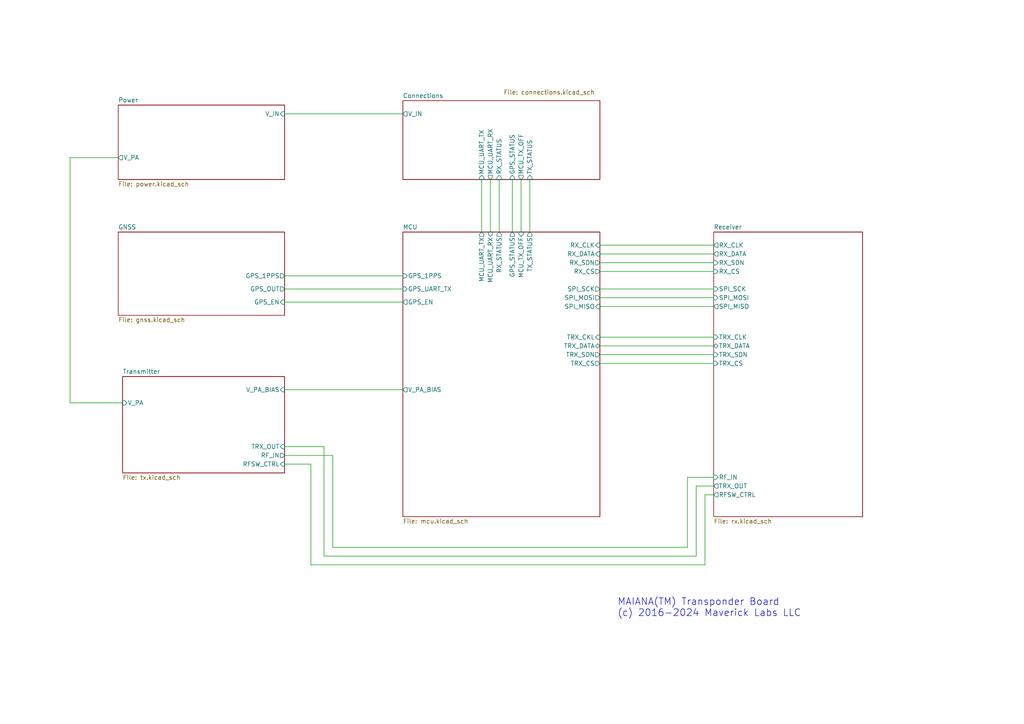
<source format=kicad_sch>
(kicad_sch (version 20230121) (generator eeschema)
  (paper "A4")
  (title_block (title "Hierarchy") (date "2024-01-25") (rev "11.9.0"))
  (lib_symbols)
  (wire (pts (xy 20.32 45.72) (xy 20.32 116.84)))
  (wire (pts (xy 142.24 52.07) (xy 142.24 67.31)))
  (wire (pts (xy 207.01 143.51) (xy 204.47 143.51)))
  (wire (pts (xy 90.17 163.83) (xy 90.17 134.62)))
  (wire (pts (xy 173.99 100.33) (xy 207.01 100.33)))
  (wire (pts (xy 96.52 132.08) (xy 96.52 158.75)))
  (wire (pts (xy 199.39 158.75) (xy 199.39 138.43)))
  (wire (pts (xy 20.32 116.84) (xy 35.56 116.84)))
  (wire (pts (xy 20.32 45.72) (xy 34.29 45.72)))
  (wire (pts (xy 173.99 83.82) (xy 207.01 83.82)))
  (wire (pts (xy 139.7 52.07) (xy 139.7 67.31)))
  (wire (pts (xy 90.17 134.62) (xy 82.55 134.62)))
  (wire (pts (xy 144.78 52.07) (xy 144.78 67.31)))
  (wire (pts (xy 173.99 78.74) (xy 207.01 78.74)))
  (wire (pts (xy 173.99 76.2) (xy 207.01 76.2)))
  (wire (pts (xy 201.93 161.29) (xy 93.98 161.29)))
  (wire (pts (xy 173.99 73.66) (xy 207.01 73.66)))
  (wire (pts (xy 173.99 71.12) (xy 207.01 71.12)))
  (wire (pts (xy 148.59 52.07) (xy 148.59 67.31)))
  (wire (pts (xy 173.99 102.87) (xy 207.01 102.87)))
  (wire (pts (xy 82.55 129.54) (xy 93.98 129.54)))
  (wire (pts (xy 173.99 97.79) (xy 207.01 97.79)))
  (wire (pts (xy 82.55 33.02) (xy 116.84 33.02)))
  (wire (pts (xy 82.55 87.63) (xy 116.84 87.63)))
  (wire (pts (xy 204.47 143.51) (xy 204.47 163.83)))
  (wire (pts (xy 199.39 138.43) (xy 207.01 138.43)))
  (wire (pts (xy 82.55 80.01) (xy 116.84 80.01)))
  (wire (pts (xy 82.55 113.03) (xy 116.84 113.03)))
  (wire (pts (xy 93.98 161.29) (xy 93.98 129.54)))
  (wire (pts (xy 173.99 88.9) (xy 207.01 88.9)))
  (wire (pts (xy 173.99 86.36) (xy 207.01 86.36)))
  (wire (pts (xy 82.55 132.08) (xy 96.52 132.08)))
  (wire (pts (xy 204.47 163.83) (xy 90.17 163.83)))
  (wire (pts (xy 96.52 158.75) (xy 199.39 158.75)))
  (wire (pts (xy 82.55 83.82) (xy 116.84 83.82)))
  (wire (pts (xy 201.93 140.97) (xy 201.93 161.29)))
  (wire (pts (xy 173.99 105.41) (xy 207.01 105.41)))
  (wire (pts (xy 153.67 52.07) (xy 153.67 67.31)))
  (wire (pts (xy 151.13 52.07) (xy 151.13 67.31)))
  (wire (pts (xy 207.01 140.97) (xy 201.93 140.97)))
  (text "MAIANA(TM) Transponder Board\n(c) 2016-2024 Maverick Labs LLC" (at 179.07 179.07 0) (effects (font (size 2 2)) (justify left bottom)))
  (sheet (at 116.84 67.31) (size 57.15 82.55) (stroke (width 0.1524))
    (property "Sheetname" "MCU" (at 116.84 66.5984 0) (effects (justify left bottom)))
    (property "Sheetfile" "mcu.kicad_sch" (at 116.84 150.4446 0) (effects (justify left top)))
    (pin "RX_CS" output (at 173.99 78.74 0))
    (pin "RX_SDN" output (at 173.99 76.2 0))
    (pin "MCU_UART_TX" output (at 139.7 67.31 90))
    (pin "V_PA_BIAS" output (at 116.84 113.03 180))
    (pin "SPI_MOSI" output (at 173.99 86.36 0))
    (pin "SPI_MISO" input (at 173.99 88.9 0))
    (pin "MCU_UART_RX" input (at 142.24 67.31 90))
    (pin "TRX_CS" output (at 173.99 105.41 0))
    (pin "GPS_1PPS" input (at 116.84 80.01 180))
    (pin "SPI_SCK" output (at 173.99 83.82 0))
    (pin "RX_STATUS" output (at 144.78 67.31 90))
    (pin "GPS_UART_TX" input (at 116.84 83.82 180))
    (pin "GPS_STATUS" output (at 148.59 67.31 90))
    (pin "MCU_TX_OFF" input (at 151.13 67.31 90))
    (pin "GPS_EN" output (at 116.84 87.63 180))
    (pin "TRX_CKL" input (at 173.99 97.79 0))
    (pin "RX_DATA" input (at 173.99 73.66 0))
    (pin "TX_STATUS" output (at 153.67 67.31 90))
    (pin "TRX_SDN" output (at 173.99 102.87 0))
    (pin "TRX_DATA" bidirectional (at 173.99 100.33 0))
    (pin "RX_CLK" input (at 173.99 71.12 0))
  )
  (sheet (at 34.29 67.31) (size 48.26 24.13) (stroke (width 0.1524))
    (property "Sheetname" "GNSS" (at 34.29 66.5984 0) (effects (justify left bottom)))
    (property "Sheetfile" "gnss.kicad_sch" (at 34.29 92.0246 0) (effects (justify left top)))
    (pin "GPS_OUT" output (at 82.55 83.82 0))
    (pin "GPS_1PPS" output (at 82.55 80.01 0))
    (pin "GPS_EN" input (at 82.55 87.63 0))
  )
  (sheet (at 116.84 29.21) (size 57.15 22.86) (stroke (width 0.1524))
    (property "Sheetname" "Connections" (at 116.84 28.4984 0) (effects (justify left bottom)))
    (property "Sheetfile" "connections.kicad_sch" (at 146.05 26.035 0) (effects (justify left top)))
    (pin "GPS_STATUS" input (at 148.59 52.07 270))
    (pin "TX_STATUS" input (at 153.67 52.07 270))
    (pin "RX_STATUS" input (at 144.78 52.07 270))
    (pin "MCU_UART_RX" output (at 142.24 52.07 270))
    (pin "MCU_UART_TX" input (at 139.7 52.07 270))
    (pin "V_IN" output (at 116.84 33.02 180))
    (pin "MCU_TX_OFF" output (at 151.13 52.07 270))
  )
  (sheet (at 207.01 67.31) (size 43.18 82.55) (stroke (width 0.1524))
    (property "Sheetname" "Receiver" (at 207.01 66.5984 0) (effects (justify left bottom)))
    (property "Sheetfile" "rx.kicad_sch" (at 207.01 150.4446 0) (effects (justify left top)))
    (pin "RFSW_CTRL" output (at 207.01 143.51 180))
    (pin "TRX_DATA" bidirectional (at 207.01 100.33 180))
    (pin "RX_CLK" output (at 207.01 71.12 180))
    (pin "RX_DATA" output (at 207.01 73.66 180))
    (pin "RX_SDN" input (at 207.01 76.2 180))
    (pin "RX_CS" input (at 207.01 78.74 180))
    (pin "SPI_MISO" output (at 207.01 88.9 180))
    (pin "SPI_MOSI" input (at 207.01 86.36 180))
    (pin "SPI_SCK" input (at 207.01 83.82 180))
    (pin "TRX_SDN" input (at 207.01 102.87 180))
    (pin "TRX_CS" input (at 207.01 105.41 180))
    (pin "TRX_OUT" output (at 207.01 140.97 180))
    (pin "TRX_CLK" input (at 207.01 97.79 180))
    (pin "RF_IN" input (at 207.01 138.43 180))
  )
  (sheet (at 35.56 109.22) (size 46.99 27.94) (stroke (width 0.1524))
    (property "Sheetname" "Transmitter" (at 35.56 108.5084 0) (effects (justify left bottom)))
    (property "Sheetfile" "tx.kicad_sch" (at 35.56 137.7446 0) (effects (justify left top)))
    (pin "RFSW_CTRL" input (at 82.55 134.62 0))
    (pin "V_PA" input (at 35.56 116.84 180))
    (pin "RF_IN" output (at 82.55 132.08 0))
    (pin "V_PA_BIAS" input (at 82.55 113.03 0))
    (pin "TRX_OUT" input (at 82.55 129.54 0))
  )
  (sheet (at 34.29 30.48) (size 48.26 21.59) (stroke (width 0.1524))
    (property "Sheetname" "Power" (at 34.29 29.7684 0) (effects (justify left bottom)))
    (property "Sheetfile" "power.kicad_sch" (at 34.29 52.6546 0) (effects (justify left top)))
    (pin "V_IN" input (at 82.55 33.02 0))
    (pin "V_PA" output (at 34.29 45.72 180))
  )
)
</source>
